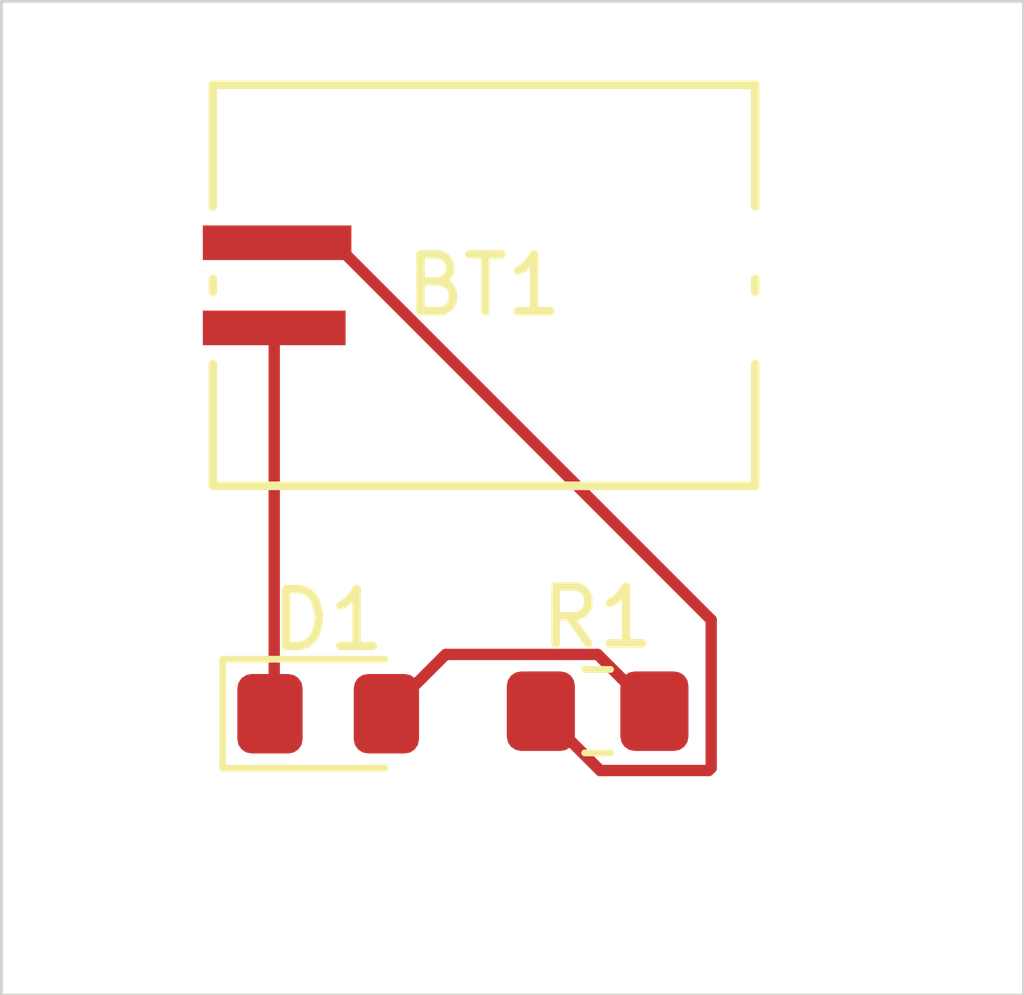
<source format=kicad_pcb>
(kicad_pcb (version 20240108) (generator "pcbnew") (generator_version "8.0")
  (title_block (title "LED PCB Board") (date "10/8/2024"))
  (layers (0 "F.Cu" signal) (31 "B.Cu" signal) (34 "B.Paste" user) (35 "F.Paste" user) (36 "B.SilkS" user "B.Silkscreen") (37 "F.SilkS" user "F.Silkscreen") (38 "B.Mask" user) (39 "F.Mask" user) (44 "Edge.Cuts" user))
  (net 0 "")
  (net 1 "Net-(BT1--)")
  (net 2 "Net-(BT1-+)")
  (net 3 "Net-(D1-A)")
  (footprint "FS_3_Global_Footprint_Library:MS621FE-FL11E_SEC" (layer "F.Cu") (at 100.5 89.5)
    (property "Reference" "BT1" (at 0 0 0) (layer "F.SilkS"))
    (property "Value" "Battery_Cell")
    (fp_line (start -4.7752 -3.5306) (end -4.7752 -1.387541) (stroke (width 0.1524)) (layer "F.SilkS"))
    (fp_line (start -4.7752 -0.112461) (end -4.7752 0.112461) (stroke (width 0.1524)) (layer "F.SilkS"))
    (fp_line (start -4.7752 1.387541) (end -4.7752 3.5306) (stroke (width 0.1524)) (layer "F.SilkS"))
    (fp_line (start -4.7752 3.5306) (end 4.7752 3.5306) (stroke (width 0.1524)) (layer "F.SilkS"))
    (fp_line (start 4.7752 -3.5306) (end -4.7752 -3.5306) (stroke (width 0.1524)) (layer "F.SilkS"))
    (fp_line (start 4.7752 -1.387541) (end 4.7752 -3.5306) (stroke (width 0.1524)) (layer "F.SilkS"))
    (fp_line (start 4.7752 0.112461) (end 4.7752 -0.112461) (stroke (width 0.1524)) (layer "F.SilkS"))
    (fp_line (start 4.7752 3.5306) (end 4.7752 1.387541) (stroke (width 0.1524)) (layer "F.SilkS"))
    (pad "1" smd rect (at -3.6449 -0.750001) (size 2.6162 0.6096) (layers "F.Cu" "F.Paste" "F.Mask") (net 2 "Net-(BT1-+)"))
    (pad "2" smd rect (at -3.6957 0.750001) (size 2.5146 0.6096) (layers "F.Cu" "F.Paste" "F.Mask") (net 1 "Net-(BT1--)"))
  )
  (footprint "Resistor_SMD:R_0805_2012Metric_Pad1.20x1.40mm_HandSolder" (layer "F.Cu") (at 102.5 97)
    (property "Reference" "R1" (at 0 -1.65 0) (layer "F.SilkS"))
    (property "Value" "R")
    (fp_line (start -0.227064 -0.735) (end 0.227064 -0.735) (stroke (width 0.12)) (layer "F.SilkS"))
    (fp_line (start -0.227064 0.735) (end 0.227064 0.735) (stroke (width 0.12)) (layer "F.SilkS"))
    (pad "1" smd roundrect (at -1 0) (size 1.2 1.4) (layers "F.Cu" "F.Paste" "F.Mask") (roundrect_rratio 0.208333) (net 2 "Net-(BT1-+)"))
    (pad "2" smd roundrect (at 1 0) (size 1.2 1.4) (layers "F.Cu" "F.Paste" "F.Mask") (roundrect_rratio 0.208333) (net 3 "Net-(D1-A)"))
  )
  (footprint "Diode_SMD:D_0805_2012Metric_Pad1.15x1.40mm_HandSolder" (layer "F.Cu") (at 97.755 97.045)
    (property "Reference" "D1" (at 0 -1.65 0) (layer "F.SilkS"))
    (property "Value" "LED")
    (fp_line (start -1.86 -0.96) (end -1.86 0.96) (stroke (width 0.12)) (layer "F.SilkS"))
    (fp_line (start -1.86 0.96) (end 1 0.96) (stroke (width 0.12)) (layer "F.SilkS"))
    (fp_line (start 1 -0.96) (end -1.86 -0.96) (stroke (width 0.12)) (layer "F.SilkS"))
    (pad "1" smd roundrect (at -1.025 0) (size 1.15 1.4) (layers "F.Cu" "F.Paste" "F.Mask") (roundrect_rratio 0.217391) (net 1 "Net-(BT1--)"))
    (pad "2" smd roundrect (at 1.025 0) (size 1.15 1.4) (layers "F.Cu" "F.Paste" "F.Mask") (roundrect_rratio 0.217391) (net 3 "Net-(D1-A)"))
  )
  (gr_rect (start 92 84.5) (end 110 102) (stroke (width 0.05)) (fill none) (layer "Edge.Cuts"))
  (segment (start 96.8043 96.9707) (end 96.73 97.045) (width 0.2) (layer "F.Cu") (net 1))
  (segment (start 96.8043 90.250001) (end 96.8043 96.9707) (width 0.2) (layer "F.Cu") (net 1))
  (segment (start 104.5 95.391599) (end 97.8584 88.749999) (width 0.2) (layer "F.Cu") (net 2))
  (segment (start 101.5 97) (end 102.545 98.045) (width 0.2) (layer "F.Cu") (net 2))
  (segment (start 97.8584 88.749999) (end 96.8551 88.749999) (width 0.2) (layer "F.Cu") (net 2))
  (segment (start 102.545 98.045) (end 104.455 98.045) (width 0.2) (layer "F.Cu") (net 2))
  (segment (start 104.5 98) (end 104.5 95.391599) (width 0.2) (layer "F.Cu") (net 2))
  (segment (start 104.455 98.045) (end 104.5 98) (width 0.2) (layer "F.Cu") (net 2))
  (segment (start 98.78 97.045) (end 99.825 96) (width 0.2) (layer "F.Cu") (net 3))
  (segment (start 99.825 96) (end 102.5 96) (width 0.2) (layer "F.Cu") (net 3))
  (segment (start 102.5 96) (end 103.5 97) (width 0.2) (layer "F.Cu") (net 3))
)
</source>
